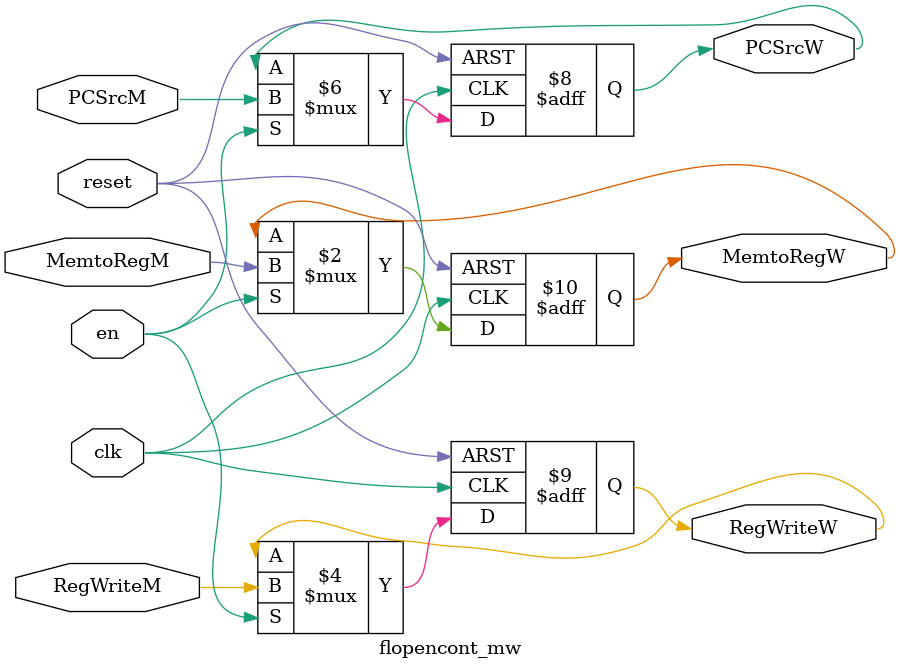
<source format=v>
module flopencont_mw(
	clk,
	reset,
	PCSrcM,
	RegWriteM,
	MemtoRegM,
	en,
	PCSrcW,
	RegWriteW,
	MemtoRegW,
);
	input wire clk;
	input wire reset;
	input wire PCSrcM;
	input wire RegWriteM;
	input wire MemtoRegM;
	input wire en;

	output reg PCSrcW;
	output reg RegWriteW;
	output reg MemtoRegW;

	always @ (posedge clk or posedge reset)
	begin
		if (reset)
		begin
			PCSrcW <= 0;
			RegWriteW <= 0;
			MemtoRegW <= 0;
		end
		else if(en)
		begin
			PCSrcW <= PCSrcM;
			RegWriteW <= RegWriteM;
			MemtoRegW <= MemtoRegM;
		end
	end
	
endmodule
</source>
